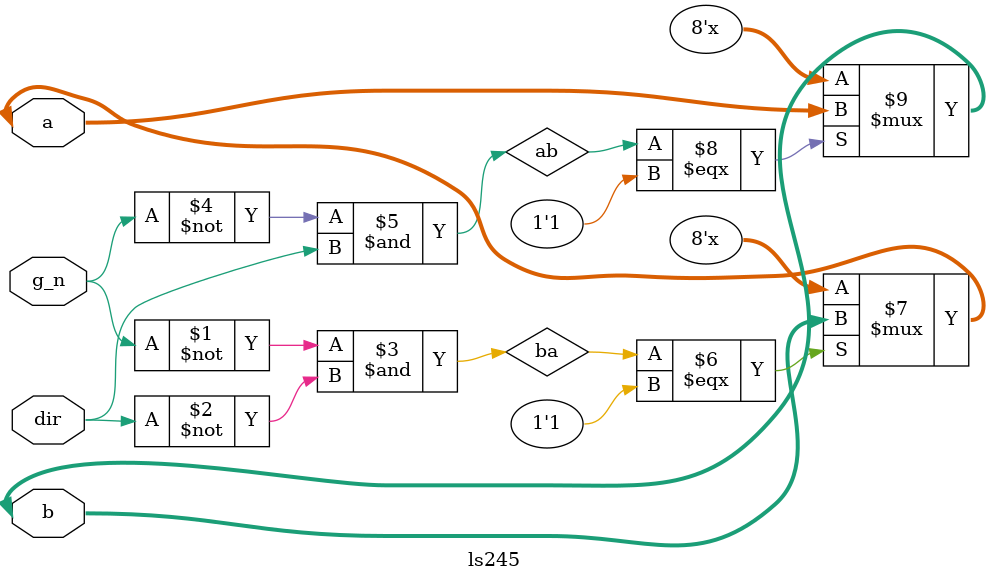
<source format=v>
/*
 * ls245:
 * The ls245 module is an octal bus transceiver
 */
module ls245(
	     a,
	     b,
	     dir,
	     g_n
	     );

   inout [7:0] a;
   inout [7:0] b;
   input       dir;
   input       g_n;

   wire        ba,ab;

   assign ba = ~g_n & ~dir;
   assign ab = ~g_n & dir;
   assign a = (ba === 1'b1) ? b : 8'bzzzzzzzz;
   assign b = (ab === 1'b1) ? a : 8'bzzzzzzzz;
   
endmodule // ls245

</source>
